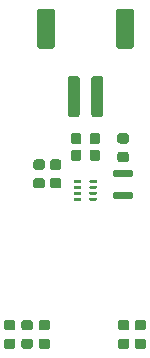
<source format=gtp>
G04 #@! TF.GenerationSoftware,KiCad,Pcbnew,(5.1.4)-1*
G04 #@! TF.CreationDate,2019-11-18T19:24:08+01:00*
G04 #@! TF.ProjectId,olmBoard-v1,6f6c6d42-6f61-4726-942d-76312e6b6963,0.1*
G04 #@! TF.SameCoordinates,Original*
G04 #@! TF.FileFunction,Paste,Top*
G04 #@! TF.FilePolarity,Positive*
%FSLAX46Y46*%
G04 Gerber Fmt 4.6, Leading zero omitted, Abs format (unit mm)*
G04 Created by KiCad (PCBNEW (5.1.4)-1) date 2019-11-18 19:24:08*
%MOMM*%
%LPD*%
G04 APERTURE LIST*
%ADD10C,0.100000*%
%ADD11C,0.875000*%
%ADD12C,1.000000*%
%ADD13C,1.500000*%
%ADD14C,0.620000*%
%ADD15C,0.250000*%
G04 APERTURE END LIST*
D10*
G36*
X153820691Y-100554053D02*
G01*
X153841926Y-100557203D01*
X153862750Y-100562419D01*
X153882962Y-100569651D01*
X153902368Y-100578830D01*
X153920781Y-100589866D01*
X153938024Y-100602654D01*
X153953930Y-100617070D01*
X153968346Y-100632976D01*
X153981134Y-100650219D01*
X153992170Y-100668632D01*
X154001349Y-100688038D01*
X154008581Y-100708250D01*
X154013797Y-100729074D01*
X154016947Y-100750309D01*
X154018000Y-100771750D01*
X154018000Y-101209250D01*
X154016947Y-101230691D01*
X154013797Y-101251926D01*
X154008581Y-101272750D01*
X154001349Y-101292962D01*
X153992170Y-101312368D01*
X153981134Y-101330781D01*
X153968346Y-101348024D01*
X153953930Y-101363930D01*
X153938024Y-101378346D01*
X153920781Y-101391134D01*
X153902368Y-101402170D01*
X153882962Y-101411349D01*
X153862750Y-101418581D01*
X153841926Y-101423797D01*
X153820691Y-101426947D01*
X153799250Y-101428000D01*
X153286750Y-101428000D01*
X153265309Y-101426947D01*
X153244074Y-101423797D01*
X153223250Y-101418581D01*
X153203038Y-101411349D01*
X153183632Y-101402170D01*
X153165219Y-101391134D01*
X153147976Y-101378346D01*
X153132070Y-101363930D01*
X153117654Y-101348024D01*
X153104866Y-101330781D01*
X153093830Y-101312368D01*
X153084651Y-101292962D01*
X153077419Y-101272750D01*
X153072203Y-101251926D01*
X153069053Y-101230691D01*
X153068000Y-101209250D01*
X153068000Y-100771750D01*
X153069053Y-100750309D01*
X153072203Y-100729074D01*
X153077419Y-100708250D01*
X153084651Y-100688038D01*
X153093830Y-100668632D01*
X153104866Y-100650219D01*
X153117654Y-100632976D01*
X153132070Y-100617070D01*
X153147976Y-100602654D01*
X153165219Y-100589866D01*
X153183632Y-100578830D01*
X153203038Y-100569651D01*
X153223250Y-100562419D01*
X153244074Y-100557203D01*
X153265309Y-100554053D01*
X153286750Y-100553000D01*
X153799250Y-100553000D01*
X153820691Y-100554053D01*
X153820691Y-100554053D01*
G37*
D11*
X153543000Y-100990500D03*
D10*
G36*
X153820691Y-98979053D02*
G01*
X153841926Y-98982203D01*
X153862750Y-98987419D01*
X153882962Y-98994651D01*
X153902368Y-99003830D01*
X153920781Y-99014866D01*
X153938024Y-99027654D01*
X153953930Y-99042070D01*
X153968346Y-99057976D01*
X153981134Y-99075219D01*
X153992170Y-99093632D01*
X154001349Y-99113038D01*
X154008581Y-99133250D01*
X154013797Y-99154074D01*
X154016947Y-99175309D01*
X154018000Y-99196750D01*
X154018000Y-99634250D01*
X154016947Y-99655691D01*
X154013797Y-99676926D01*
X154008581Y-99697750D01*
X154001349Y-99717962D01*
X153992170Y-99737368D01*
X153981134Y-99755781D01*
X153968346Y-99773024D01*
X153953930Y-99788930D01*
X153938024Y-99803346D01*
X153920781Y-99816134D01*
X153902368Y-99827170D01*
X153882962Y-99836349D01*
X153862750Y-99843581D01*
X153841926Y-99848797D01*
X153820691Y-99851947D01*
X153799250Y-99853000D01*
X153286750Y-99853000D01*
X153265309Y-99851947D01*
X153244074Y-99848797D01*
X153223250Y-99843581D01*
X153203038Y-99836349D01*
X153183632Y-99827170D01*
X153165219Y-99816134D01*
X153147976Y-99803346D01*
X153132070Y-99788930D01*
X153117654Y-99773024D01*
X153104866Y-99755781D01*
X153093830Y-99737368D01*
X153084651Y-99717962D01*
X153077419Y-99697750D01*
X153072203Y-99676926D01*
X153069053Y-99655691D01*
X153068000Y-99634250D01*
X153068000Y-99196750D01*
X153069053Y-99175309D01*
X153072203Y-99154074D01*
X153077419Y-99133250D01*
X153084651Y-99113038D01*
X153093830Y-99093632D01*
X153104866Y-99075219D01*
X153117654Y-99057976D01*
X153132070Y-99042070D01*
X153147976Y-99027654D01*
X153165219Y-99014866D01*
X153183632Y-99003830D01*
X153203038Y-98994651D01*
X153223250Y-98987419D01*
X153244074Y-98982203D01*
X153265309Y-98979053D01*
X153286750Y-98978000D01*
X153799250Y-98978000D01*
X153820691Y-98979053D01*
X153820691Y-98979053D01*
G37*
D11*
X153543000Y-99415500D03*
D10*
G36*
X155217691Y-100554053D02*
G01*
X155238926Y-100557203D01*
X155259750Y-100562419D01*
X155279962Y-100569651D01*
X155299368Y-100578830D01*
X155317781Y-100589866D01*
X155335024Y-100602654D01*
X155350930Y-100617070D01*
X155365346Y-100632976D01*
X155378134Y-100650219D01*
X155389170Y-100668632D01*
X155398349Y-100688038D01*
X155405581Y-100708250D01*
X155410797Y-100729074D01*
X155413947Y-100750309D01*
X155415000Y-100771750D01*
X155415000Y-101209250D01*
X155413947Y-101230691D01*
X155410797Y-101251926D01*
X155405581Y-101272750D01*
X155398349Y-101292962D01*
X155389170Y-101312368D01*
X155378134Y-101330781D01*
X155365346Y-101348024D01*
X155350930Y-101363930D01*
X155335024Y-101378346D01*
X155317781Y-101391134D01*
X155299368Y-101402170D01*
X155279962Y-101411349D01*
X155259750Y-101418581D01*
X155238926Y-101423797D01*
X155217691Y-101426947D01*
X155196250Y-101428000D01*
X154683750Y-101428000D01*
X154662309Y-101426947D01*
X154641074Y-101423797D01*
X154620250Y-101418581D01*
X154600038Y-101411349D01*
X154580632Y-101402170D01*
X154562219Y-101391134D01*
X154544976Y-101378346D01*
X154529070Y-101363930D01*
X154514654Y-101348024D01*
X154501866Y-101330781D01*
X154490830Y-101312368D01*
X154481651Y-101292962D01*
X154474419Y-101272750D01*
X154469203Y-101251926D01*
X154466053Y-101230691D01*
X154465000Y-101209250D01*
X154465000Y-100771750D01*
X154466053Y-100750309D01*
X154469203Y-100729074D01*
X154474419Y-100708250D01*
X154481651Y-100688038D01*
X154490830Y-100668632D01*
X154501866Y-100650219D01*
X154514654Y-100632976D01*
X154529070Y-100617070D01*
X154544976Y-100602654D01*
X154562219Y-100589866D01*
X154580632Y-100578830D01*
X154600038Y-100569651D01*
X154620250Y-100562419D01*
X154641074Y-100557203D01*
X154662309Y-100554053D01*
X154683750Y-100553000D01*
X155196250Y-100553000D01*
X155217691Y-100554053D01*
X155217691Y-100554053D01*
G37*
D11*
X154940000Y-100990500D03*
D10*
G36*
X155217691Y-98979053D02*
G01*
X155238926Y-98982203D01*
X155259750Y-98987419D01*
X155279962Y-98994651D01*
X155299368Y-99003830D01*
X155317781Y-99014866D01*
X155335024Y-99027654D01*
X155350930Y-99042070D01*
X155365346Y-99057976D01*
X155378134Y-99075219D01*
X155389170Y-99093632D01*
X155398349Y-99113038D01*
X155405581Y-99133250D01*
X155410797Y-99154074D01*
X155413947Y-99175309D01*
X155415000Y-99196750D01*
X155415000Y-99634250D01*
X155413947Y-99655691D01*
X155410797Y-99676926D01*
X155405581Y-99697750D01*
X155398349Y-99717962D01*
X155389170Y-99737368D01*
X155378134Y-99755781D01*
X155365346Y-99773024D01*
X155350930Y-99788930D01*
X155335024Y-99803346D01*
X155317781Y-99816134D01*
X155299368Y-99827170D01*
X155279962Y-99836349D01*
X155259750Y-99843581D01*
X155238926Y-99848797D01*
X155217691Y-99851947D01*
X155196250Y-99853000D01*
X154683750Y-99853000D01*
X154662309Y-99851947D01*
X154641074Y-99848797D01*
X154620250Y-99843581D01*
X154600038Y-99836349D01*
X154580632Y-99827170D01*
X154562219Y-99816134D01*
X154544976Y-99803346D01*
X154529070Y-99788930D01*
X154514654Y-99773024D01*
X154501866Y-99755781D01*
X154490830Y-99737368D01*
X154481651Y-99717962D01*
X154474419Y-99697750D01*
X154469203Y-99676926D01*
X154466053Y-99655691D01*
X154465000Y-99634250D01*
X154465000Y-99196750D01*
X154466053Y-99175309D01*
X154469203Y-99154074D01*
X154474419Y-99133250D01*
X154481651Y-99113038D01*
X154490830Y-99093632D01*
X154501866Y-99075219D01*
X154514654Y-99057976D01*
X154529070Y-99042070D01*
X154544976Y-99027654D01*
X154562219Y-99014866D01*
X154580632Y-99003830D01*
X154600038Y-98994651D01*
X154620250Y-98987419D01*
X154641074Y-98982203D01*
X154662309Y-98979053D01*
X154683750Y-98978000D01*
X155196250Y-98978000D01*
X155217691Y-98979053D01*
X155217691Y-98979053D01*
G37*
D11*
X154940000Y-99415500D03*
D10*
G36*
X156932691Y-98141553D02*
G01*
X156953926Y-98144703D01*
X156974750Y-98149919D01*
X156994962Y-98157151D01*
X157014368Y-98166330D01*
X157032781Y-98177366D01*
X157050024Y-98190154D01*
X157065930Y-98204570D01*
X157080346Y-98220476D01*
X157093134Y-98237719D01*
X157104170Y-98256132D01*
X157113349Y-98275538D01*
X157120581Y-98295750D01*
X157125797Y-98316574D01*
X157128947Y-98337809D01*
X157130000Y-98359250D01*
X157130000Y-98871750D01*
X157128947Y-98893191D01*
X157125797Y-98914426D01*
X157120581Y-98935250D01*
X157113349Y-98955462D01*
X157104170Y-98974868D01*
X157093134Y-98993281D01*
X157080346Y-99010524D01*
X157065930Y-99026430D01*
X157050024Y-99040846D01*
X157032781Y-99053634D01*
X157014368Y-99064670D01*
X156994962Y-99073849D01*
X156974750Y-99081081D01*
X156953926Y-99086297D01*
X156932691Y-99089447D01*
X156911250Y-99090500D01*
X156473750Y-99090500D01*
X156452309Y-99089447D01*
X156431074Y-99086297D01*
X156410250Y-99081081D01*
X156390038Y-99073849D01*
X156370632Y-99064670D01*
X156352219Y-99053634D01*
X156334976Y-99040846D01*
X156319070Y-99026430D01*
X156304654Y-99010524D01*
X156291866Y-98993281D01*
X156280830Y-98974868D01*
X156271651Y-98955462D01*
X156264419Y-98935250D01*
X156259203Y-98914426D01*
X156256053Y-98893191D01*
X156255000Y-98871750D01*
X156255000Y-98359250D01*
X156256053Y-98337809D01*
X156259203Y-98316574D01*
X156264419Y-98295750D01*
X156271651Y-98275538D01*
X156280830Y-98256132D01*
X156291866Y-98237719D01*
X156304654Y-98220476D01*
X156319070Y-98204570D01*
X156334976Y-98190154D01*
X156352219Y-98177366D01*
X156370632Y-98166330D01*
X156390038Y-98157151D01*
X156410250Y-98149919D01*
X156431074Y-98144703D01*
X156452309Y-98141553D01*
X156473750Y-98140500D01*
X156911250Y-98140500D01*
X156932691Y-98141553D01*
X156932691Y-98141553D01*
G37*
D11*
X156692500Y-98615500D03*
D10*
G36*
X158507691Y-98141553D02*
G01*
X158528926Y-98144703D01*
X158549750Y-98149919D01*
X158569962Y-98157151D01*
X158589368Y-98166330D01*
X158607781Y-98177366D01*
X158625024Y-98190154D01*
X158640930Y-98204570D01*
X158655346Y-98220476D01*
X158668134Y-98237719D01*
X158679170Y-98256132D01*
X158688349Y-98275538D01*
X158695581Y-98295750D01*
X158700797Y-98316574D01*
X158703947Y-98337809D01*
X158705000Y-98359250D01*
X158705000Y-98871750D01*
X158703947Y-98893191D01*
X158700797Y-98914426D01*
X158695581Y-98935250D01*
X158688349Y-98955462D01*
X158679170Y-98974868D01*
X158668134Y-98993281D01*
X158655346Y-99010524D01*
X158640930Y-99026430D01*
X158625024Y-99040846D01*
X158607781Y-99053634D01*
X158589368Y-99064670D01*
X158569962Y-99073849D01*
X158549750Y-99081081D01*
X158528926Y-99086297D01*
X158507691Y-99089447D01*
X158486250Y-99090500D01*
X158048750Y-99090500D01*
X158027309Y-99089447D01*
X158006074Y-99086297D01*
X157985250Y-99081081D01*
X157965038Y-99073849D01*
X157945632Y-99064670D01*
X157927219Y-99053634D01*
X157909976Y-99040846D01*
X157894070Y-99026430D01*
X157879654Y-99010524D01*
X157866866Y-98993281D01*
X157855830Y-98974868D01*
X157846651Y-98955462D01*
X157839419Y-98935250D01*
X157834203Y-98914426D01*
X157831053Y-98893191D01*
X157830000Y-98871750D01*
X157830000Y-98359250D01*
X157831053Y-98337809D01*
X157834203Y-98316574D01*
X157839419Y-98295750D01*
X157846651Y-98275538D01*
X157855830Y-98256132D01*
X157866866Y-98237719D01*
X157879654Y-98220476D01*
X157894070Y-98204570D01*
X157909976Y-98190154D01*
X157927219Y-98177366D01*
X157945632Y-98166330D01*
X157965038Y-98157151D01*
X157985250Y-98149919D01*
X158006074Y-98144703D01*
X158027309Y-98141553D01*
X158048750Y-98140500D01*
X158486250Y-98140500D01*
X158507691Y-98141553D01*
X158507691Y-98141553D01*
G37*
D11*
X158267500Y-98615500D03*
D10*
G36*
X158507691Y-96744553D02*
G01*
X158528926Y-96747703D01*
X158549750Y-96752919D01*
X158569962Y-96760151D01*
X158589368Y-96769330D01*
X158607781Y-96780366D01*
X158625024Y-96793154D01*
X158640930Y-96807570D01*
X158655346Y-96823476D01*
X158668134Y-96840719D01*
X158679170Y-96859132D01*
X158688349Y-96878538D01*
X158695581Y-96898750D01*
X158700797Y-96919574D01*
X158703947Y-96940809D01*
X158705000Y-96962250D01*
X158705000Y-97474750D01*
X158703947Y-97496191D01*
X158700797Y-97517426D01*
X158695581Y-97538250D01*
X158688349Y-97558462D01*
X158679170Y-97577868D01*
X158668134Y-97596281D01*
X158655346Y-97613524D01*
X158640930Y-97629430D01*
X158625024Y-97643846D01*
X158607781Y-97656634D01*
X158589368Y-97667670D01*
X158569962Y-97676849D01*
X158549750Y-97684081D01*
X158528926Y-97689297D01*
X158507691Y-97692447D01*
X158486250Y-97693500D01*
X158048750Y-97693500D01*
X158027309Y-97692447D01*
X158006074Y-97689297D01*
X157985250Y-97684081D01*
X157965038Y-97676849D01*
X157945632Y-97667670D01*
X157927219Y-97656634D01*
X157909976Y-97643846D01*
X157894070Y-97629430D01*
X157879654Y-97613524D01*
X157866866Y-97596281D01*
X157855830Y-97577868D01*
X157846651Y-97558462D01*
X157839419Y-97538250D01*
X157834203Y-97517426D01*
X157831053Y-97496191D01*
X157830000Y-97474750D01*
X157830000Y-96962250D01*
X157831053Y-96940809D01*
X157834203Y-96919574D01*
X157839419Y-96898750D01*
X157846651Y-96878538D01*
X157855830Y-96859132D01*
X157866866Y-96840719D01*
X157879654Y-96823476D01*
X157894070Y-96807570D01*
X157909976Y-96793154D01*
X157927219Y-96780366D01*
X157945632Y-96769330D01*
X157965038Y-96760151D01*
X157985250Y-96752919D01*
X158006074Y-96747703D01*
X158027309Y-96744553D01*
X158048750Y-96743500D01*
X158486250Y-96743500D01*
X158507691Y-96744553D01*
X158507691Y-96744553D01*
G37*
D11*
X158267500Y-97218500D03*
D10*
G36*
X156932691Y-96744553D02*
G01*
X156953926Y-96747703D01*
X156974750Y-96752919D01*
X156994962Y-96760151D01*
X157014368Y-96769330D01*
X157032781Y-96780366D01*
X157050024Y-96793154D01*
X157065930Y-96807570D01*
X157080346Y-96823476D01*
X157093134Y-96840719D01*
X157104170Y-96859132D01*
X157113349Y-96878538D01*
X157120581Y-96898750D01*
X157125797Y-96919574D01*
X157128947Y-96940809D01*
X157130000Y-96962250D01*
X157130000Y-97474750D01*
X157128947Y-97496191D01*
X157125797Y-97517426D01*
X157120581Y-97538250D01*
X157113349Y-97558462D01*
X157104170Y-97577868D01*
X157093134Y-97596281D01*
X157080346Y-97613524D01*
X157065930Y-97629430D01*
X157050024Y-97643846D01*
X157032781Y-97656634D01*
X157014368Y-97667670D01*
X156994962Y-97676849D01*
X156974750Y-97684081D01*
X156953926Y-97689297D01*
X156932691Y-97692447D01*
X156911250Y-97693500D01*
X156473750Y-97693500D01*
X156452309Y-97692447D01*
X156431074Y-97689297D01*
X156410250Y-97684081D01*
X156390038Y-97676849D01*
X156370632Y-97667670D01*
X156352219Y-97656634D01*
X156334976Y-97643846D01*
X156319070Y-97629430D01*
X156304654Y-97613524D01*
X156291866Y-97596281D01*
X156280830Y-97577868D01*
X156271651Y-97558462D01*
X156264419Y-97538250D01*
X156259203Y-97517426D01*
X156256053Y-97496191D01*
X156255000Y-97474750D01*
X156255000Y-96962250D01*
X156256053Y-96940809D01*
X156259203Y-96919574D01*
X156264419Y-96898750D01*
X156271651Y-96878538D01*
X156280830Y-96859132D01*
X156291866Y-96840719D01*
X156304654Y-96823476D01*
X156319070Y-96807570D01*
X156334976Y-96793154D01*
X156352219Y-96780366D01*
X156370632Y-96769330D01*
X156390038Y-96760151D01*
X156410250Y-96752919D01*
X156431074Y-96747703D01*
X156452309Y-96744553D01*
X156473750Y-96743500D01*
X156911250Y-96743500D01*
X156932691Y-96744553D01*
X156932691Y-96744553D01*
G37*
D11*
X156692500Y-97218500D03*
D10*
G36*
X160932691Y-96756553D02*
G01*
X160953926Y-96759703D01*
X160974750Y-96764919D01*
X160994962Y-96772151D01*
X161014368Y-96781330D01*
X161032781Y-96792366D01*
X161050024Y-96805154D01*
X161065930Y-96819570D01*
X161080346Y-96835476D01*
X161093134Y-96852719D01*
X161104170Y-96871132D01*
X161113349Y-96890538D01*
X161120581Y-96910750D01*
X161125797Y-96931574D01*
X161128947Y-96952809D01*
X161130000Y-96974250D01*
X161130000Y-97411750D01*
X161128947Y-97433191D01*
X161125797Y-97454426D01*
X161120581Y-97475250D01*
X161113349Y-97495462D01*
X161104170Y-97514868D01*
X161093134Y-97533281D01*
X161080346Y-97550524D01*
X161065930Y-97566430D01*
X161050024Y-97580846D01*
X161032781Y-97593634D01*
X161014368Y-97604670D01*
X160994962Y-97613849D01*
X160974750Y-97621081D01*
X160953926Y-97626297D01*
X160932691Y-97629447D01*
X160911250Y-97630500D01*
X160398750Y-97630500D01*
X160377309Y-97629447D01*
X160356074Y-97626297D01*
X160335250Y-97621081D01*
X160315038Y-97613849D01*
X160295632Y-97604670D01*
X160277219Y-97593634D01*
X160259976Y-97580846D01*
X160244070Y-97566430D01*
X160229654Y-97550524D01*
X160216866Y-97533281D01*
X160205830Y-97514868D01*
X160196651Y-97495462D01*
X160189419Y-97475250D01*
X160184203Y-97454426D01*
X160181053Y-97433191D01*
X160180000Y-97411750D01*
X160180000Y-96974250D01*
X160181053Y-96952809D01*
X160184203Y-96931574D01*
X160189419Y-96910750D01*
X160196651Y-96890538D01*
X160205830Y-96871132D01*
X160216866Y-96852719D01*
X160229654Y-96835476D01*
X160244070Y-96819570D01*
X160259976Y-96805154D01*
X160277219Y-96792366D01*
X160295632Y-96781330D01*
X160315038Y-96772151D01*
X160335250Y-96764919D01*
X160356074Y-96759703D01*
X160377309Y-96756553D01*
X160398750Y-96755500D01*
X160911250Y-96755500D01*
X160932691Y-96756553D01*
X160932691Y-96756553D01*
G37*
D11*
X160655000Y-97193000D03*
D10*
G36*
X160932691Y-98331553D02*
G01*
X160953926Y-98334703D01*
X160974750Y-98339919D01*
X160994962Y-98347151D01*
X161014368Y-98356330D01*
X161032781Y-98367366D01*
X161050024Y-98380154D01*
X161065930Y-98394570D01*
X161080346Y-98410476D01*
X161093134Y-98427719D01*
X161104170Y-98446132D01*
X161113349Y-98465538D01*
X161120581Y-98485750D01*
X161125797Y-98506574D01*
X161128947Y-98527809D01*
X161130000Y-98549250D01*
X161130000Y-98986750D01*
X161128947Y-99008191D01*
X161125797Y-99029426D01*
X161120581Y-99050250D01*
X161113349Y-99070462D01*
X161104170Y-99089868D01*
X161093134Y-99108281D01*
X161080346Y-99125524D01*
X161065930Y-99141430D01*
X161050024Y-99155846D01*
X161032781Y-99168634D01*
X161014368Y-99179670D01*
X160994962Y-99188849D01*
X160974750Y-99196081D01*
X160953926Y-99201297D01*
X160932691Y-99204447D01*
X160911250Y-99205500D01*
X160398750Y-99205500D01*
X160377309Y-99204447D01*
X160356074Y-99201297D01*
X160335250Y-99196081D01*
X160315038Y-99188849D01*
X160295632Y-99179670D01*
X160277219Y-99168634D01*
X160259976Y-99155846D01*
X160244070Y-99141430D01*
X160229654Y-99125524D01*
X160216866Y-99108281D01*
X160205830Y-99089868D01*
X160196651Y-99070462D01*
X160189419Y-99050250D01*
X160184203Y-99029426D01*
X160181053Y-99008191D01*
X160180000Y-98986750D01*
X160180000Y-98549250D01*
X160181053Y-98527809D01*
X160184203Y-98506574D01*
X160189419Y-98485750D01*
X160196651Y-98465538D01*
X160205830Y-98446132D01*
X160216866Y-98427719D01*
X160229654Y-98410476D01*
X160244070Y-98394570D01*
X160259976Y-98380154D01*
X160277219Y-98367366D01*
X160295632Y-98356330D01*
X160315038Y-98347151D01*
X160335250Y-98339919D01*
X160356074Y-98334703D01*
X160377309Y-98331553D01*
X160398750Y-98330500D01*
X160911250Y-98330500D01*
X160932691Y-98331553D01*
X160932691Y-98331553D01*
G37*
D11*
X160655000Y-98768000D03*
D10*
G36*
X158754504Y-91906204D02*
G01*
X158778773Y-91909804D01*
X158802571Y-91915765D01*
X158825671Y-91924030D01*
X158847849Y-91934520D01*
X158868893Y-91947133D01*
X158888598Y-91961747D01*
X158906777Y-91978223D01*
X158923253Y-91996402D01*
X158937867Y-92016107D01*
X158950480Y-92037151D01*
X158960970Y-92059329D01*
X158969235Y-92082429D01*
X158975196Y-92106227D01*
X158978796Y-92130496D01*
X158980000Y-92155000D01*
X158980000Y-95155000D01*
X158978796Y-95179504D01*
X158975196Y-95203773D01*
X158969235Y-95227571D01*
X158960970Y-95250671D01*
X158950480Y-95272849D01*
X158937867Y-95293893D01*
X158923253Y-95313598D01*
X158906777Y-95331777D01*
X158888598Y-95348253D01*
X158868893Y-95362867D01*
X158847849Y-95375480D01*
X158825671Y-95385970D01*
X158802571Y-95394235D01*
X158778773Y-95400196D01*
X158754504Y-95403796D01*
X158730000Y-95405000D01*
X158230000Y-95405000D01*
X158205496Y-95403796D01*
X158181227Y-95400196D01*
X158157429Y-95394235D01*
X158134329Y-95385970D01*
X158112151Y-95375480D01*
X158091107Y-95362867D01*
X158071402Y-95348253D01*
X158053223Y-95331777D01*
X158036747Y-95313598D01*
X158022133Y-95293893D01*
X158009520Y-95272849D01*
X157999030Y-95250671D01*
X157990765Y-95227571D01*
X157984804Y-95203773D01*
X157981204Y-95179504D01*
X157980000Y-95155000D01*
X157980000Y-92155000D01*
X157981204Y-92130496D01*
X157984804Y-92106227D01*
X157990765Y-92082429D01*
X157999030Y-92059329D01*
X158009520Y-92037151D01*
X158022133Y-92016107D01*
X158036747Y-91996402D01*
X158053223Y-91978223D01*
X158071402Y-91961747D01*
X158091107Y-91947133D01*
X158112151Y-91934520D01*
X158134329Y-91924030D01*
X158157429Y-91915765D01*
X158181227Y-91909804D01*
X158205496Y-91906204D01*
X158230000Y-91905000D01*
X158730000Y-91905000D01*
X158754504Y-91906204D01*
X158754504Y-91906204D01*
G37*
D12*
X158480000Y-93655000D03*
D10*
G36*
X156754504Y-91906204D02*
G01*
X156778773Y-91909804D01*
X156802571Y-91915765D01*
X156825671Y-91924030D01*
X156847849Y-91934520D01*
X156868893Y-91947133D01*
X156888598Y-91961747D01*
X156906777Y-91978223D01*
X156923253Y-91996402D01*
X156937867Y-92016107D01*
X156950480Y-92037151D01*
X156960970Y-92059329D01*
X156969235Y-92082429D01*
X156975196Y-92106227D01*
X156978796Y-92130496D01*
X156980000Y-92155000D01*
X156980000Y-95155000D01*
X156978796Y-95179504D01*
X156975196Y-95203773D01*
X156969235Y-95227571D01*
X156960970Y-95250671D01*
X156950480Y-95272849D01*
X156937867Y-95293893D01*
X156923253Y-95313598D01*
X156906777Y-95331777D01*
X156888598Y-95348253D01*
X156868893Y-95362867D01*
X156847849Y-95375480D01*
X156825671Y-95385970D01*
X156802571Y-95394235D01*
X156778773Y-95400196D01*
X156754504Y-95403796D01*
X156730000Y-95405000D01*
X156230000Y-95405000D01*
X156205496Y-95403796D01*
X156181227Y-95400196D01*
X156157429Y-95394235D01*
X156134329Y-95385970D01*
X156112151Y-95375480D01*
X156091107Y-95362867D01*
X156071402Y-95348253D01*
X156053223Y-95331777D01*
X156036747Y-95313598D01*
X156022133Y-95293893D01*
X156009520Y-95272849D01*
X155999030Y-95250671D01*
X155990765Y-95227571D01*
X155984804Y-95203773D01*
X155981204Y-95179504D01*
X155980000Y-95155000D01*
X155980000Y-92155000D01*
X155981204Y-92130496D01*
X155984804Y-92106227D01*
X155990765Y-92082429D01*
X155999030Y-92059329D01*
X156009520Y-92037151D01*
X156022133Y-92016107D01*
X156036747Y-91996402D01*
X156053223Y-91978223D01*
X156071402Y-91961747D01*
X156091107Y-91947133D01*
X156112151Y-91934520D01*
X156134329Y-91924030D01*
X156157429Y-91915765D01*
X156181227Y-91909804D01*
X156205496Y-91906204D01*
X156230000Y-91905000D01*
X156730000Y-91905000D01*
X156754504Y-91906204D01*
X156754504Y-91906204D01*
G37*
D12*
X156480000Y-93655000D03*
D10*
G36*
X161354504Y-86206204D02*
G01*
X161378773Y-86209804D01*
X161402571Y-86215765D01*
X161425671Y-86224030D01*
X161447849Y-86234520D01*
X161468893Y-86247133D01*
X161488598Y-86261747D01*
X161506777Y-86278223D01*
X161523253Y-86296402D01*
X161537867Y-86316107D01*
X161550480Y-86337151D01*
X161560970Y-86359329D01*
X161569235Y-86382429D01*
X161575196Y-86406227D01*
X161578796Y-86430496D01*
X161580000Y-86455000D01*
X161580000Y-89355000D01*
X161578796Y-89379504D01*
X161575196Y-89403773D01*
X161569235Y-89427571D01*
X161560970Y-89450671D01*
X161550480Y-89472849D01*
X161537867Y-89493893D01*
X161523253Y-89513598D01*
X161506777Y-89531777D01*
X161488598Y-89548253D01*
X161468893Y-89562867D01*
X161447849Y-89575480D01*
X161425671Y-89585970D01*
X161402571Y-89594235D01*
X161378773Y-89600196D01*
X161354504Y-89603796D01*
X161330000Y-89605000D01*
X160330000Y-89605000D01*
X160305496Y-89603796D01*
X160281227Y-89600196D01*
X160257429Y-89594235D01*
X160234329Y-89585970D01*
X160212151Y-89575480D01*
X160191107Y-89562867D01*
X160171402Y-89548253D01*
X160153223Y-89531777D01*
X160136747Y-89513598D01*
X160122133Y-89493893D01*
X160109520Y-89472849D01*
X160099030Y-89450671D01*
X160090765Y-89427571D01*
X160084804Y-89403773D01*
X160081204Y-89379504D01*
X160080000Y-89355000D01*
X160080000Y-86455000D01*
X160081204Y-86430496D01*
X160084804Y-86406227D01*
X160090765Y-86382429D01*
X160099030Y-86359329D01*
X160109520Y-86337151D01*
X160122133Y-86316107D01*
X160136747Y-86296402D01*
X160153223Y-86278223D01*
X160171402Y-86261747D01*
X160191107Y-86247133D01*
X160212151Y-86234520D01*
X160234329Y-86224030D01*
X160257429Y-86215765D01*
X160281227Y-86209804D01*
X160305496Y-86206204D01*
X160330000Y-86205000D01*
X161330000Y-86205000D01*
X161354504Y-86206204D01*
X161354504Y-86206204D01*
G37*
D13*
X160830000Y-87905000D03*
D10*
G36*
X154654504Y-86206204D02*
G01*
X154678773Y-86209804D01*
X154702571Y-86215765D01*
X154725671Y-86224030D01*
X154747849Y-86234520D01*
X154768893Y-86247133D01*
X154788598Y-86261747D01*
X154806777Y-86278223D01*
X154823253Y-86296402D01*
X154837867Y-86316107D01*
X154850480Y-86337151D01*
X154860970Y-86359329D01*
X154869235Y-86382429D01*
X154875196Y-86406227D01*
X154878796Y-86430496D01*
X154880000Y-86455000D01*
X154880000Y-89355000D01*
X154878796Y-89379504D01*
X154875196Y-89403773D01*
X154869235Y-89427571D01*
X154860970Y-89450671D01*
X154850480Y-89472849D01*
X154837867Y-89493893D01*
X154823253Y-89513598D01*
X154806777Y-89531777D01*
X154788598Y-89548253D01*
X154768893Y-89562867D01*
X154747849Y-89575480D01*
X154725671Y-89585970D01*
X154702571Y-89594235D01*
X154678773Y-89600196D01*
X154654504Y-89603796D01*
X154630000Y-89605000D01*
X153630000Y-89605000D01*
X153605496Y-89603796D01*
X153581227Y-89600196D01*
X153557429Y-89594235D01*
X153534329Y-89585970D01*
X153512151Y-89575480D01*
X153491107Y-89562867D01*
X153471402Y-89548253D01*
X153453223Y-89531777D01*
X153436747Y-89513598D01*
X153422133Y-89493893D01*
X153409520Y-89472849D01*
X153399030Y-89450671D01*
X153390765Y-89427571D01*
X153384804Y-89403773D01*
X153381204Y-89379504D01*
X153380000Y-89355000D01*
X153380000Y-86455000D01*
X153381204Y-86430496D01*
X153384804Y-86406227D01*
X153390765Y-86382429D01*
X153399030Y-86359329D01*
X153409520Y-86337151D01*
X153422133Y-86316107D01*
X153436747Y-86296402D01*
X153453223Y-86278223D01*
X153471402Y-86261747D01*
X153491107Y-86247133D01*
X153512151Y-86234520D01*
X153534329Y-86224030D01*
X153557429Y-86215765D01*
X153581227Y-86209804D01*
X153605496Y-86206204D01*
X153630000Y-86205000D01*
X154630000Y-86205000D01*
X154654504Y-86206204D01*
X154654504Y-86206204D01*
G37*
D13*
X154130000Y-87905000D03*
D10*
G36*
X161325193Y-101720246D02*
G01*
X161340239Y-101722478D01*
X161354994Y-101726174D01*
X161369316Y-101731299D01*
X161383066Y-101737802D01*
X161396113Y-101745622D01*
X161408331Y-101754683D01*
X161419602Y-101764898D01*
X161429817Y-101776169D01*
X161438878Y-101788387D01*
X161446698Y-101801434D01*
X161453201Y-101815184D01*
X161458326Y-101829506D01*
X161462022Y-101844261D01*
X161464254Y-101859307D01*
X161465000Y-101874500D01*
X161465000Y-102184500D01*
X161464254Y-102199693D01*
X161462022Y-102214739D01*
X161458326Y-102229494D01*
X161453201Y-102243816D01*
X161446698Y-102257566D01*
X161438878Y-102270613D01*
X161429817Y-102282831D01*
X161419602Y-102294102D01*
X161408331Y-102304317D01*
X161396113Y-102313378D01*
X161383066Y-102321198D01*
X161369316Y-102327701D01*
X161354994Y-102332826D01*
X161340239Y-102336522D01*
X161325193Y-102338754D01*
X161310000Y-102339500D01*
X160000000Y-102339500D01*
X159984807Y-102338754D01*
X159969761Y-102336522D01*
X159955006Y-102332826D01*
X159940684Y-102327701D01*
X159926934Y-102321198D01*
X159913887Y-102313378D01*
X159901669Y-102304317D01*
X159890398Y-102294102D01*
X159880183Y-102282831D01*
X159871122Y-102270613D01*
X159863302Y-102257566D01*
X159856799Y-102243816D01*
X159851674Y-102229494D01*
X159847978Y-102214739D01*
X159845746Y-102199693D01*
X159845000Y-102184500D01*
X159845000Y-101874500D01*
X159845746Y-101859307D01*
X159847978Y-101844261D01*
X159851674Y-101829506D01*
X159856799Y-101815184D01*
X159863302Y-101801434D01*
X159871122Y-101788387D01*
X159880183Y-101776169D01*
X159890398Y-101764898D01*
X159901669Y-101754683D01*
X159913887Y-101745622D01*
X159926934Y-101737802D01*
X159940684Y-101731299D01*
X159955006Y-101726174D01*
X159969761Y-101722478D01*
X159984807Y-101720246D01*
X160000000Y-101719500D01*
X161310000Y-101719500D01*
X161325193Y-101720246D01*
X161325193Y-101720246D01*
G37*
D14*
X160655000Y-102029500D03*
D10*
G36*
X161325193Y-99845246D02*
G01*
X161340239Y-99847478D01*
X161354994Y-99851174D01*
X161369316Y-99856299D01*
X161383066Y-99862802D01*
X161396113Y-99870622D01*
X161408331Y-99879683D01*
X161419602Y-99889898D01*
X161429817Y-99901169D01*
X161438878Y-99913387D01*
X161446698Y-99926434D01*
X161453201Y-99940184D01*
X161458326Y-99954506D01*
X161462022Y-99969261D01*
X161464254Y-99984307D01*
X161465000Y-99999500D01*
X161465000Y-100309500D01*
X161464254Y-100324693D01*
X161462022Y-100339739D01*
X161458326Y-100354494D01*
X161453201Y-100368816D01*
X161446698Y-100382566D01*
X161438878Y-100395613D01*
X161429817Y-100407831D01*
X161419602Y-100419102D01*
X161408331Y-100429317D01*
X161396113Y-100438378D01*
X161383066Y-100446198D01*
X161369316Y-100452701D01*
X161354994Y-100457826D01*
X161340239Y-100461522D01*
X161325193Y-100463754D01*
X161310000Y-100464500D01*
X160000000Y-100464500D01*
X159984807Y-100463754D01*
X159969761Y-100461522D01*
X159955006Y-100457826D01*
X159940684Y-100452701D01*
X159926934Y-100446198D01*
X159913887Y-100438378D01*
X159901669Y-100429317D01*
X159890398Y-100419102D01*
X159880183Y-100407831D01*
X159871122Y-100395613D01*
X159863302Y-100382566D01*
X159856799Y-100368816D01*
X159851674Y-100354494D01*
X159847978Y-100339739D01*
X159845746Y-100324693D01*
X159845000Y-100309500D01*
X159845000Y-99999500D01*
X159845746Y-99984307D01*
X159847978Y-99969261D01*
X159851674Y-99954506D01*
X159856799Y-99940184D01*
X159863302Y-99926434D01*
X159871122Y-99913387D01*
X159880183Y-99901169D01*
X159890398Y-99889898D01*
X159901669Y-99879683D01*
X159913887Y-99870622D01*
X159926934Y-99862802D01*
X159940684Y-99856299D01*
X159955006Y-99851174D01*
X159969761Y-99847478D01*
X159984807Y-99845246D01*
X160000000Y-99844500D01*
X161310000Y-99844500D01*
X161325193Y-99845246D01*
X161325193Y-99845246D01*
G37*
D14*
X160655000Y-100154500D03*
D10*
G36*
X151344191Y-114143053D02*
G01*
X151365426Y-114146203D01*
X151386250Y-114151419D01*
X151406462Y-114158651D01*
X151425868Y-114167830D01*
X151444281Y-114178866D01*
X151461524Y-114191654D01*
X151477430Y-114206070D01*
X151491846Y-114221976D01*
X151504634Y-114239219D01*
X151515670Y-114257632D01*
X151524849Y-114277038D01*
X151532081Y-114297250D01*
X151537297Y-114318074D01*
X151540447Y-114339309D01*
X151541500Y-114360750D01*
X151541500Y-114798250D01*
X151540447Y-114819691D01*
X151537297Y-114840926D01*
X151532081Y-114861750D01*
X151524849Y-114881962D01*
X151515670Y-114901368D01*
X151504634Y-114919781D01*
X151491846Y-114937024D01*
X151477430Y-114952930D01*
X151461524Y-114967346D01*
X151444281Y-114980134D01*
X151425868Y-114991170D01*
X151406462Y-115000349D01*
X151386250Y-115007581D01*
X151365426Y-115012797D01*
X151344191Y-115015947D01*
X151322750Y-115017000D01*
X150810250Y-115017000D01*
X150788809Y-115015947D01*
X150767574Y-115012797D01*
X150746750Y-115007581D01*
X150726538Y-115000349D01*
X150707132Y-114991170D01*
X150688719Y-114980134D01*
X150671476Y-114967346D01*
X150655570Y-114952930D01*
X150641154Y-114937024D01*
X150628366Y-114919781D01*
X150617330Y-114901368D01*
X150608151Y-114881962D01*
X150600919Y-114861750D01*
X150595703Y-114840926D01*
X150592553Y-114819691D01*
X150591500Y-114798250D01*
X150591500Y-114360750D01*
X150592553Y-114339309D01*
X150595703Y-114318074D01*
X150600919Y-114297250D01*
X150608151Y-114277038D01*
X150617330Y-114257632D01*
X150628366Y-114239219D01*
X150641154Y-114221976D01*
X150655570Y-114206070D01*
X150671476Y-114191654D01*
X150688719Y-114178866D01*
X150707132Y-114167830D01*
X150726538Y-114158651D01*
X150746750Y-114151419D01*
X150767574Y-114146203D01*
X150788809Y-114143053D01*
X150810250Y-114142000D01*
X151322750Y-114142000D01*
X151344191Y-114143053D01*
X151344191Y-114143053D01*
G37*
D11*
X151066500Y-114579500D03*
D10*
G36*
X151344191Y-112568053D02*
G01*
X151365426Y-112571203D01*
X151386250Y-112576419D01*
X151406462Y-112583651D01*
X151425868Y-112592830D01*
X151444281Y-112603866D01*
X151461524Y-112616654D01*
X151477430Y-112631070D01*
X151491846Y-112646976D01*
X151504634Y-112664219D01*
X151515670Y-112682632D01*
X151524849Y-112702038D01*
X151532081Y-112722250D01*
X151537297Y-112743074D01*
X151540447Y-112764309D01*
X151541500Y-112785750D01*
X151541500Y-113223250D01*
X151540447Y-113244691D01*
X151537297Y-113265926D01*
X151532081Y-113286750D01*
X151524849Y-113306962D01*
X151515670Y-113326368D01*
X151504634Y-113344781D01*
X151491846Y-113362024D01*
X151477430Y-113377930D01*
X151461524Y-113392346D01*
X151444281Y-113405134D01*
X151425868Y-113416170D01*
X151406462Y-113425349D01*
X151386250Y-113432581D01*
X151365426Y-113437797D01*
X151344191Y-113440947D01*
X151322750Y-113442000D01*
X150810250Y-113442000D01*
X150788809Y-113440947D01*
X150767574Y-113437797D01*
X150746750Y-113432581D01*
X150726538Y-113425349D01*
X150707132Y-113416170D01*
X150688719Y-113405134D01*
X150671476Y-113392346D01*
X150655570Y-113377930D01*
X150641154Y-113362024D01*
X150628366Y-113344781D01*
X150617330Y-113326368D01*
X150608151Y-113306962D01*
X150600919Y-113286750D01*
X150595703Y-113265926D01*
X150592553Y-113244691D01*
X150591500Y-113223250D01*
X150591500Y-112785750D01*
X150592553Y-112764309D01*
X150595703Y-112743074D01*
X150600919Y-112722250D01*
X150608151Y-112702038D01*
X150617330Y-112682632D01*
X150628366Y-112664219D01*
X150641154Y-112646976D01*
X150655570Y-112631070D01*
X150671476Y-112616654D01*
X150688719Y-112603866D01*
X150707132Y-112592830D01*
X150726538Y-112583651D01*
X150746750Y-112576419D01*
X150767574Y-112571203D01*
X150788809Y-112568053D01*
X150810250Y-112567000D01*
X151322750Y-112567000D01*
X151344191Y-112568053D01*
X151344191Y-112568053D01*
G37*
D11*
X151066500Y-113004500D03*
D10*
G36*
X152804691Y-112568053D02*
G01*
X152825926Y-112571203D01*
X152846750Y-112576419D01*
X152866962Y-112583651D01*
X152886368Y-112592830D01*
X152904781Y-112603866D01*
X152922024Y-112616654D01*
X152937930Y-112631070D01*
X152952346Y-112646976D01*
X152965134Y-112664219D01*
X152976170Y-112682632D01*
X152985349Y-112702038D01*
X152992581Y-112722250D01*
X152997797Y-112743074D01*
X153000947Y-112764309D01*
X153002000Y-112785750D01*
X153002000Y-113223250D01*
X153000947Y-113244691D01*
X152997797Y-113265926D01*
X152992581Y-113286750D01*
X152985349Y-113306962D01*
X152976170Y-113326368D01*
X152965134Y-113344781D01*
X152952346Y-113362024D01*
X152937930Y-113377930D01*
X152922024Y-113392346D01*
X152904781Y-113405134D01*
X152886368Y-113416170D01*
X152866962Y-113425349D01*
X152846750Y-113432581D01*
X152825926Y-113437797D01*
X152804691Y-113440947D01*
X152783250Y-113442000D01*
X152270750Y-113442000D01*
X152249309Y-113440947D01*
X152228074Y-113437797D01*
X152207250Y-113432581D01*
X152187038Y-113425349D01*
X152167632Y-113416170D01*
X152149219Y-113405134D01*
X152131976Y-113392346D01*
X152116070Y-113377930D01*
X152101654Y-113362024D01*
X152088866Y-113344781D01*
X152077830Y-113326368D01*
X152068651Y-113306962D01*
X152061419Y-113286750D01*
X152056203Y-113265926D01*
X152053053Y-113244691D01*
X152052000Y-113223250D01*
X152052000Y-112785750D01*
X152053053Y-112764309D01*
X152056203Y-112743074D01*
X152061419Y-112722250D01*
X152068651Y-112702038D01*
X152077830Y-112682632D01*
X152088866Y-112664219D01*
X152101654Y-112646976D01*
X152116070Y-112631070D01*
X152131976Y-112616654D01*
X152149219Y-112603866D01*
X152167632Y-112592830D01*
X152187038Y-112583651D01*
X152207250Y-112576419D01*
X152228074Y-112571203D01*
X152249309Y-112568053D01*
X152270750Y-112567000D01*
X152783250Y-112567000D01*
X152804691Y-112568053D01*
X152804691Y-112568053D01*
G37*
D11*
X152527000Y-113004500D03*
D10*
G36*
X152804691Y-114143053D02*
G01*
X152825926Y-114146203D01*
X152846750Y-114151419D01*
X152866962Y-114158651D01*
X152886368Y-114167830D01*
X152904781Y-114178866D01*
X152922024Y-114191654D01*
X152937930Y-114206070D01*
X152952346Y-114221976D01*
X152965134Y-114239219D01*
X152976170Y-114257632D01*
X152985349Y-114277038D01*
X152992581Y-114297250D01*
X152997797Y-114318074D01*
X153000947Y-114339309D01*
X153002000Y-114360750D01*
X153002000Y-114798250D01*
X153000947Y-114819691D01*
X152997797Y-114840926D01*
X152992581Y-114861750D01*
X152985349Y-114881962D01*
X152976170Y-114901368D01*
X152965134Y-114919781D01*
X152952346Y-114937024D01*
X152937930Y-114952930D01*
X152922024Y-114967346D01*
X152904781Y-114980134D01*
X152886368Y-114991170D01*
X152866962Y-115000349D01*
X152846750Y-115007581D01*
X152825926Y-115012797D01*
X152804691Y-115015947D01*
X152783250Y-115017000D01*
X152270750Y-115017000D01*
X152249309Y-115015947D01*
X152228074Y-115012797D01*
X152207250Y-115007581D01*
X152187038Y-115000349D01*
X152167632Y-114991170D01*
X152149219Y-114980134D01*
X152131976Y-114967346D01*
X152116070Y-114952930D01*
X152101654Y-114937024D01*
X152088866Y-114919781D01*
X152077830Y-114901368D01*
X152068651Y-114881962D01*
X152061419Y-114861750D01*
X152056203Y-114840926D01*
X152053053Y-114819691D01*
X152052000Y-114798250D01*
X152052000Y-114360750D01*
X152053053Y-114339309D01*
X152056203Y-114318074D01*
X152061419Y-114297250D01*
X152068651Y-114277038D01*
X152077830Y-114257632D01*
X152088866Y-114239219D01*
X152101654Y-114221976D01*
X152116070Y-114206070D01*
X152131976Y-114191654D01*
X152149219Y-114178866D01*
X152167632Y-114167830D01*
X152187038Y-114158651D01*
X152207250Y-114151419D01*
X152228074Y-114146203D01*
X152249309Y-114143053D01*
X152270750Y-114142000D01*
X152783250Y-114142000D01*
X152804691Y-114143053D01*
X152804691Y-114143053D01*
G37*
D11*
X152527000Y-114579500D03*
D10*
G36*
X154265191Y-114143053D02*
G01*
X154286426Y-114146203D01*
X154307250Y-114151419D01*
X154327462Y-114158651D01*
X154346868Y-114167830D01*
X154365281Y-114178866D01*
X154382524Y-114191654D01*
X154398430Y-114206070D01*
X154412846Y-114221976D01*
X154425634Y-114239219D01*
X154436670Y-114257632D01*
X154445849Y-114277038D01*
X154453081Y-114297250D01*
X154458297Y-114318074D01*
X154461447Y-114339309D01*
X154462500Y-114360750D01*
X154462500Y-114798250D01*
X154461447Y-114819691D01*
X154458297Y-114840926D01*
X154453081Y-114861750D01*
X154445849Y-114881962D01*
X154436670Y-114901368D01*
X154425634Y-114919781D01*
X154412846Y-114937024D01*
X154398430Y-114952930D01*
X154382524Y-114967346D01*
X154365281Y-114980134D01*
X154346868Y-114991170D01*
X154327462Y-115000349D01*
X154307250Y-115007581D01*
X154286426Y-115012797D01*
X154265191Y-115015947D01*
X154243750Y-115017000D01*
X153731250Y-115017000D01*
X153709809Y-115015947D01*
X153688574Y-115012797D01*
X153667750Y-115007581D01*
X153647538Y-115000349D01*
X153628132Y-114991170D01*
X153609719Y-114980134D01*
X153592476Y-114967346D01*
X153576570Y-114952930D01*
X153562154Y-114937024D01*
X153549366Y-114919781D01*
X153538330Y-114901368D01*
X153529151Y-114881962D01*
X153521919Y-114861750D01*
X153516703Y-114840926D01*
X153513553Y-114819691D01*
X153512500Y-114798250D01*
X153512500Y-114360750D01*
X153513553Y-114339309D01*
X153516703Y-114318074D01*
X153521919Y-114297250D01*
X153529151Y-114277038D01*
X153538330Y-114257632D01*
X153549366Y-114239219D01*
X153562154Y-114221976D01*
X153576570Y-114206070D01*
X153592476Y-114191654D01*
X153609719Y-114178866D01*
X153628132Y-114167830D01*
X153647538Y-114158651D01*
X153667750Y-114151419D01*
X153688574Y-114146203D01*
X153709809Y-114143053D01*
X153731250Y-114142000D01*
X154243750Y-114142000D01*
X154265191Y-114143053D01*
X154265191Y-114143053D01*
G37*
D11*
X153987500Y-114579500D03*
D10*
G36*
X154265191Y-112568053D02*
G01*
X154286426Y-112571203D01*
X154307250Y-112576419D01*
X154327462Y-112583651D01*
X154346868Y-112592830D01*
X154365281Y-112603866D01*
X154382524Y-112616654D01*
X154398430Y-112631070D01*
X154412846Y-112646976D01*
X154425634Y-112664219D01*
X154436670Y-112682632D01*
X154445849Y-112702038D01*
X154453081Y-112722250D01*
X154458297Y-112743074D01*
X154461447Y-112764309D01*
X154462500Y-112785750D01*
X154462500Y-113223250D01*
X154461447Y-113244691D01*
X154458297Y-113265926D01*
X154453081Y-113286750D01*
X154445849Y-113306962D01*
X154436670Y-113326368D01*
X154425634Y-113344781D01*
X154412846Y-113362024D01*
X154398430Y-113377930D01*
X154382524Y-113392346D01*
X154365281Y-113405134D01*
X154346868Y-113416170D01*
X154327462Y-113425349D01*
X154307250Y-113432581D01*
X154286426Y-113437797D01*
X154265191Y-113440947D01*
X154243750Y-113442000D01*
X153731250Y-113442000D01*
X153709809Y-113440947D01*
X153688574Y-113437797D01*
X153667750Y-113432581D01*
X153647538Y-113425349D01*
X153628132Y-113416170D01*
X153609719Y-113405134D01*
X153592476Y-113392346D01*
X153576570Y-113377930D01*
X153562154Y-113362024D01*
X153549366Y-113344781D01*
X153538330Y-113326368D01*
X153529151Y-113306962D01*
X153521919Y-113286750D01*
X153516703Y-113265926D01*
X153513553Y-113244691D01*
X153512500Y-113223250D01*
X153512500Y-112785750D01*
X153513553Y-112764309D01*
X153516703Y-112743074D01*
X153521919Y-112722250D01*
X153529151Y-112702038D01*
X153538330Y-112682632D01*
X153549366Y-112664219D01*
X153562154Y-112646976D01*
X153576570Y-112631070D01*
X153592476Y-112616654D01*
X153609719Y-112603866D01*
X153628132Y-112592830D01*
X153647538Y-112583651D01*
X153667750Y-112576419D01*
X153688574Y-112571203D01*
X153709809Y-112568053D01*
X153731250Y-112567000D01*
X154243750Y-112567000D01*
X154265191Y-112568053D01*
X154265191Y-112568053D01*
G37*
D11*
X153987500Y-113004500D03*
D10*
G36*
X160996191Y-112568053D02*
G01*
X161017426Y-112571203D01*
X161038250Y-112576419D01*
X161058462Y-112583651D01*
X161077868Y-112592830D01*
X161096281Y-112603866D01*
X161113524Y-112616654D01*
X161129430Y-112631070D01*
X161143846Y-112646976D01*
X161156634Y-112664219D01*
X161167670Y-112682632D01*
X161176849Y-112702038D01*
X161184081Y-112722250D01*
X161189297Y-112743074D01*
X161192447Y-112764309D01*
X161193500Y-112785750D01*
X161193500Y-113223250D01*
X161192447Y-113244691D01*
X161189297Y-113265926D01*
X161184081Y-113286750D01*
X161176849Y-113306962D01*
X161167670Y-113326368D01*
X161156634Y-113344781D01*
X161143846Y-113362024D01*
X161129430Y-113377930D01*
X161113524Y-113392346D01*
X161096281Y-113405134D01*
X161077868Y-113416170D01*
X161058462Y-113425349D01*
X161038250Y-113432581D01*
X161017426Y-113437797D01*
X160996191Y-113440947D01*
X160974750Y-113442000D01*
X160462250Y-113442000D01*
X160440809Y-113440947D01*
X160419574Y-113437797D01*
X160398750Y-113432581D01*
X160378538Y-113425349D01*
X160359132Y-113416170D01*
X160340719Y-113405134D01*
X160323476Y-113392346D01*
X160307570Y-113377930D01*
X160293154Y-113362024D01*
X160280366Y-113344781D01*
X160269330Y-113326368D01*
X160260151Y-113306962D01*
X160252919Y-113286750D01*
X160247703Y-113265926D01*
X160244553Y-113244691D01*
X160243500Y-113223250D01*
X160243500Y-112785750D01*
X160244553Y-112764309D01*
X160247703Y-112743074D01*
X160252919Y-112722250D01*
X160260151Y-112702038D01*
X160269330Y-112682632D01*
X160280366Y-112664219D01*
X160293154Y-112646976D01*
X160307570Y-112631070D01*
X160323476Y-112616654D01*
X160340719Y-112603866D01*
X160359132Y-112592830D01*
X160378538Y-112583651D01*
X160398750Y-112576419D01*
X160419574Y-112571203D01*
X160440809Y-112568053D01*
X160462250Y-112567000D01*
X160974750Y-112567000D01*
X160996191Y-112568053D01*
X160996191Y-112568053D01*
G37*
D11*
X160718500Y-113004500D03*
D10*
G36*
X160996191Y-114143053D02*
G01*
X161017426Y-114146203D01*
X161038250Y-114151419D01*
X161058462Y-114158651D01*
X161077868Y-114167830D01*
X161096281Y-114178866D01*
X161113524Y-114191654D01*
X161129430Y-114206070D01*
X161143846Y-114221976D01*
X161156634Y-114239219D01*
X161167670Y-114257632D01*
X161176849Y-114277038D01*
X161184081Y-114297250D01*
X161189297Y-114318074D01*
X161192447Y-114339309D01*
X161193500Y-114360750D01*
X161193500Y-114798250D01*
X161192447Y-114819691D01*
X161189297Y-114840926D01*
X161184081Y-114861750D01*
X161176849Y-114881962D01*
X161167670Y-114901368D01*
X161156634Y-114919781D01*
X161143846Y-114937024D01*
X161129430Y-114952930D01*
X161113524Y-114967346D01*
X161096281Y-114980134D01*
X161077868Y-114991170D01*
X161058462Y-115000349D01*
X161038250Y-115007581D01*
X161017426Y-115012797D01*
X160996191Y-115015947D01*
X160974750Y-115017000D01*
X160462250Y-115017000D01*
X160440809Y-115015947D01*
X160419574Y-115012797D01*
X160398750Y-115007581D01*
X160378538Y-115000349D01*
X160359132Y-114991170D01*
X160340719Y-114980134D01*
X160323476Y-114967346D01*
X160307570Y-114952930D01*
X160293154Y-114937024D01*
X160280366Y-114919781D01*
X160269330Y-114901368D01*
X160260151Y-114881962D01*
X160252919Y-114861750D01*
X160247703Y-114840926D01*
X160244553Y-114819691D01*
X160243500Y-114798250D01*
X160243500Y-114360750D01*
X160244553Y-114339309D01*
X160247703Y-114318074D01*
X160252919Y-114297250D01*
X160260151Y-114277038D01*
X160269330Y-114257632D01*
X160280366Y-114239219D01*
X160293154Y-114221976D01*
X160307570Y-114206070D01*
X160323476Y-114191654D01*
X160340719Y-114178866D01*
X160359132Y-114167830D01*
X160378538Y-114158651D01*
X160398750Y-114151419D01*
X160419574Y-114146203D01*
X160440809Y-114143053D01*
X160462250Y-114142000D01*
X160974750Y-114142000D01*
X160996191Y-114143053D01*
X160996191Y-114143053D01*
G37*
D11*
X160718500Y-114579500D03*
D10*
G36*
X162393191Y-114143053D02*
G01*
X162414426Y-114146203D01*
X162435250Y-114151419D01*
X162455462Y-114158651D01*
X162474868Y-114167830D01*
X162493281Y-114178866D01*
X162510524Y-114191654D01*
X162526430Y-114206070D01*
X162540846Y-114221976D01*
X162553634Y-114239219D01*
X162564670Y-114257632D01*
X162573849Y-114277038D01*
X162581081Y-114297250D01*
X162586297Y-114318074D01*
X162589447Y-114339309D01*
X162590500Y-114360750D01*
X162590500Y-114798250D01*
X162589447Y-114819691D01*
X162586297Y-114840926D01*
X162581081Y-114861750D01*
X162573849Y-114881962D01*
X162564670Y-114901368D01*
X162553634Y-114919781D01*
X162540846Y-114937024D01*
X162526430Y-114952930D01*
X162510524Y-114967346D01*
X162493281Y-114980134D01*
X162474868Y-114991170D01*
X162455462Y-115000349D01*
X162435250Y-115007581D01*
X162414426Y-115012797D01*
X162393191Y-115015947D01*
X162371750Y-115017000D01*
X161859250Y-115017000D01*
X161837809Y-115015947D01*
X161816574Y-115012797D01*
X161795750Y-115007581D01*
X161775538Y-115000349D01*
X161756132Y-114991170D01*
X161737719Y-114980134D01*
X161720476Y-114967346D01*
X161704570Y-114952930D01*
X161690154Y-114937024D01*
X161677366Y-114919781D01*
X161666330Y-114901368D01*
X161657151Y-114881962D01*
X161649919Y-114861750D01*
X161644703Y-114840926D01*
X161641553Y-114819691D01*
X161640500Y-114798250D01*
X161640500Y-114360750D01*
X161641553Y-114339309D01*
X161644703Y-114318074D01*
X161649919Y-114297250D01*
X161657151Y-114277038D01*
X161666330Y-114257632D01*
X161677366Y-114239219D01*
X161690154Y-114221976D01*
X161704570Y-114206070D01*
X161720476Y-114191654D01*
X161737719Y-114178866D01*
X161756132Y-114167830D01*
X161775538Y-114158651D01*
X161795750Y-114151419D01*
X161816574Y-114146203D01*
X161837809Y-114143053D01*
X161859250Y-114142000D01*
X162371750Y-114142000D01*
X162393191Y-114143053D01*
X162393191Y-114143053D01*
G37*
D11*
X162115500Y-114579500D03*
D10*
G36*
X162393191Y-112568053D02*
G01*
X162414426Y-112571203D01*
X162435250Y-112576419D01*
X162455462Y-112583651D01*
X162474868Y-112592830D01*
X162493281Y-112603866D01*
X162510524Y-112616654D01*
X162526430Y-112631070D01*
X162540846Y-112646976D01*
X162553634Y-112664219D01*
X162564670Y-112682632D01*
X162573849Y-112702038D01*
X162581081Y-112722250D01*
X162586297Y-112743074D01*
X162589447Y-112764309D01*
X162590500Y-112785750D01*
X162590500Y-113223250D01*
X162589447Y-113244691D01*
X162586297Y-113265926D01*
X162581081Y-113286750D01*
X162573849Y-113306962D01*
X162564670Y-113326368D01*
X162553634Y-113344781D01*
X162540846Y-113362024D01*
X162526430Y-113377930D01*
X162510524Y-113392346D01*
X162493281Y-113405134D01*
X162474868Y-113416170D01*
X162455462Y-113425349D01*
X162435250Y-113432581D01*
X162414426Y-113437797D01*
X162393191Y-113440947D01*
X162371750Y-113442000D01*
X161859250Y-113442000D01*
X161837809Y-113440947D01*
X161816574Y-113437797D01*
X161795750Y-113432581D01*
X161775538Y-113425349D01*
X161756132Y-113416170D01*
X161737719Y-113405134D01*
X161720476Y-113392346D01*
X161704570Y-113377930D01*
X161690154Y-113362024D01*
X161677366Y-113344781D01*
X161666330Y-113326368D01*
X161657151Y-113306962D01*
X161649919Y-113286750D01*
X161644703Y-113265926D01*
X161641553Y-113244691D01*
X161640500Y-113223250D01*
X161640500Y-112785750D01*
X161641553Y-112764309D01*
X161644703Y-112743074D01*
X161649919Y-112722250D01*
X161657151Y-112702038D01*
X161666330Y-112682632D01*
X161677366Y-112664219D01*
X161690154Y-112646976D01*
X161704570Y-112631070D01*
X161720476Y-112616654D01*
X161737719Y-112603866D01*
X161756132Y-112592830D01*
X161775538Y-112583651D01*
X161795750Y-112576419D01*
X161816574Y-112571203D01*
X161837809Y-112568053D01*
X161859250Y-112567000D01*
X162371750Y-112567000D01*
X162393191Y-112568053D01*
X162393191Y-112568053D01*
G37*
D11*
X162115500Y-113004500D03*
D10*
G36*
X157058626Y-101721301D02*
G01*
X157064693Y-101722201D01*
X157070643Y-101723691D01*
X157076418Y-101725758D01*
X157081962Y-101728380D01*
X157087223Y-101731533D01*
X157092150Y-101735187D01*
X157096694Y-101739306D01*
X157100813Y-101743850D01*
X157104467Y-101748777D01*
X157107620Y-101754038D01*
X157110242Y-101759582D01*
X157112309Y-101765357D01*
X157113799Y-101771307D01*
X157114699Y-101777374D01*
X157115000Y-101783500D01*
X157115000Y-101908500D01*
X157114699Y-101914626D01*
X157113799Y-101920693D01*
X157112309Y-101926643D01*
X157110242Y-101932418D01*
X157107620Y-101937962D01*
X157104467Y-101943223D01*
X157100813Y-101948150D01*
X157096694Y-101952694D01*
X157092150Y-101956813D01*
X157087223Y-101960467D01*
X157081962Y-101963620D01*
X157076418Y-101966242D01*
X157070643Y-101968309D01*
X157064693Y-101969799D01*
X157058626Y-101970699D01*
X157052500Y-101971000D01*
X156577500Y-101971000D01*
X156571374Y-101970699D01*
X156565307Y-101969799D01*
X156559357Y-101968309D01*
X156553582Y-101966242D01*
X156548038Y-101963620D01*
X156542777Y-101960467D01*
X156537850Y-101956813D01*
X156533306Y-101952694D01*
X156529187Y-101948150D01*
X156525533Y-101943223D01*
X156522380Y-101937962D01*
X156519758Y-101932418D01*
X156517691Y-101926643D01*
X156516201Y-101920693D01*
X156515301Y-101914626D01*
X156515000Y-101908500D01*
X156515000Y-101783500D01*
X156515301Y-101777374D01*
X156516201Y-101771307D01*
X156517691Y-101765357D01*
X156519758Y-101759582D01*
X156522380Y-101754038D01*
X156525533Y-101748777D01*
X156529187Y-101743850D01*
X156533306Y-101739306D01*
X156537850Y-101735187D01*
X156542777Y-101731533D01*
X156548038Y-101728380D01*
X156553582Y-101725758D01*
X156559357Y-101723691D01*
X156565307Y-101722201D01*
X156571374Y-101721301D01*
X156577500Y-101721000D01*
X157052500Y-101721000D01*
X157058626Y-101721301D01*
X157058626Y-101721301D01*
G37*
D15*
X156815000Y-101846000D03*
D10*
G36*
X158358626Y-101221301D02*
G01*
X158364693Y-101222201D01*
X158370643Y-101223691D01*
X158376418Y-101225758D01*
X158381962Y-101228380D01*
X158387223Y-101231533D01*
X158392150Y-101235187D01*
X158396694Y-101239306D01*
X158400813Y-101243850D01*
X158404467Y-101248777D01*
X158407620Y-101254038D01*
X158410242Y-101259582D01*
X158412309Y-101265357D01*
X158413799Y-101271307D01*
X158414699Y-101277374D01*
X158415000Y-101283500D01*
X158415000Y-101408500D01*
X158414699Y-101414626D01*
X158413799Y-101420693D01*
X158412309Y-101426643D01*
X158410242Y-101432418D01*
X158407620Y-101437962D01*
X158404467Y-101443223D01*
X158400813Y-101448150D01*
X158396694Y-101452694D01*
X158392150Y-101456813D01*
X158387223Y-101460467D01*
X158381962Y-101463620D01*
X158376418Y-101466242D01*
X158370643Y-101468309D01*
X158364693Y-101469799D01*
X158358626Y-101470699D01*
X158352500Y-101471000D01*
X157877500Y-101471000D01*
X157871374Y-101470699D01*
X157865307Y-101469799D01*
X157859357Y-101468309D01*
X157853582Y-101466242D01*
X157848038Y-101463620D01*
X157842777Y-101460467D01*
X157837850Y-101456813D01*
X157833306Y-101452694D01*
X157829187Y-101448150D01*
X157825533Y-101443223D01*
X157822380Y-101437962D01*
X157819758Y-101432418D01*
X157817691Y-101426643D01*
X157816201Y-101420693D01*
X157815301Y-101414626D01*
X157815000Y-101408500D01*
X157815000Y-101283500D01*
X157815301Y-101277374D01*
X157816201Y-101271307D01*
X157817691Y-101265357D01*
X157819758Y-101259582D01*
X157822380Y-101254038D01*
X157825533Y-101248777D01*
X157829187Y-101243850D01*
X157833306Y-101239306D01*
X157837850Y-101235187D01*
X157842777Y-101231533D01*
X157848038Y-101228380D01*
X157853582Y-101225758D01*
X157859357Y-101223691D01*
X157865307Y-101222201D01*
X157871374Y-101221301D01*
X157877500Y-101221000D01*
X158352500Y-101221000D01*
X158358626Y-101221301D01*
X158358626Y-101221301D01*
G37*
D15*
X158115000Y-101346000D03*
D10*
G36*
X158358626Y-100721301D02*
G01*
X158364693Y-100722201D01*
X158370643Y-100723691D01*
X158376418Y-100725758D01*
X158381962Y-100728380D01*
X158387223Y-100731533D01*
X158392150Y-100735187D01*
X158396694Y-100739306D01*
X158400813Y-100743850D01*
X158404467Y-100748777D01*
X158407620Y-100754038D01*
X158410242Y-100759582D01*
X158412309Y-100765357D01*
X158413799Y-100771307D01*
X158414699Y-100777374D01*
X158415000Y-100783500D01*
X158415000Y-100908500D01*
X158414699Y-100914626D01*
X158413799Y-100920693D01*
X158412309Y-100926643D01*
X158410242Y-100932418D01*
X158407620Y-100937962D01*
X158404467Y-100943223D01*
X158400813Y-100948150D01*
X158396694Y-100952694D01*
X158392150Y-100956813D01*
X158387223Y-100960467D01*
X158381962Y-100963620D01*
X158376418Y-100966242D01*
X158370643Y-100968309D01*
X158364693Y-100969799D01*
X158358626Y-100970699D01*
X158352500Y-100971000D01*
X157877500Y-100971000D01*
X157871374Y-100970699D01*
X157865307Y-100969799D01*
X157859357Y-100968309D01*
X157853582Y-100966242D01*
X157848038Y-100963620D01*
X157842777Y-100960467D01*
X157837850Y-100956813D01*
X157833306Y-100952694D01*
X157829187Y-100948150D01*
X157825533Y-100943223D01*
X157822380Y-100937962D01*
X157819758Y-100932418D01*
X157817691Y-100926643D01*
X157816201Y-100920693D01*
X157815301Y-100914626D01*
X157815000Y-100908500D01*
X157815000Y-100783500D01*
X157815301Y-100777374D01*
X157816201Y-100771307D01*
X157817691Y-100765357D01*
X157819758Y-100759582D01*
X157822380Y-100754038D01*
X157825533Y-100748777D01*
X157829187Y-100743850D01*
X157833306Y-100739306D01*
X157837850Y-100735187D01*
X157842777Y-100731533D01*
X157848038Y-100728380D01*
X157853582Y-100725758D01*
X157859357Y-100723691D01*
X157865307Y-100722201D01*
X157871374Y-100721301D01*
X157877500Y-100721000D01*
X158352500Y-100721000D01*
X158358626Y-100721301D01*
X158358626Y-100721301D01*
G37*
D15*
X158115000Y-100846000D03*
D10*
G36*
X157058626Y-100721301D02*
G01*
X157064693Y-100722201D01*
X157070643Y-100723691D01*
X157076418Y-100725758D01*
X157081962Y-100728380D01*
X157087223Y-100731533D01*
X157092150Y-100735187D01*
X157096694Y-100739306D01*
X157100813Y-100743850D01*
X157104467Y-100748777D01*
X157107620Y-100754038D01*
X157110242Y-100759582D01*
X157112309Y-100765357D01*
X157113799Y-100771307D01*
X157114699Y-100777374D01*
X157115000Y-100783500D01*
X157115000Y-100908500D01*
X157114699Y-100914626D01*
X157113799Y-100920693D01*
X157112309Y-100926643D01*
X157110242Y-100932418D01*
X157107620Y-100937962D01*
X157104467Y-100943223D01*
X157100813Y-100948150D01*
X157096694Y-100952694D01*
X157092150Y-100956813D01*
X157087223Y-100960467D01*
X157081962Y-100963620D01*
X157076418Y-100966242D01*
X157070643Y-100968309D01*
X157064693Y-100969799D01*
X157058626Y-100970699D01*
X157052500Y-100971000D01*
X156577500Y-100971000D01*
X156571374Y-100970699D01*
X156565307Y-100969799D01*
X156559357Y-100968309D01*
X156553582Y-100966242D01*
X156548038Y-100963620D01*
X156542777Y-100960467D01*
X156537850Y-100956813D01*
X156533306Y-100952694D01*
X156529187Y-100948150D01*
X156525533Y-100943223D01*
X156522380Y-100937962D01*
X156519758Y-100932418D01*
X156517691Y-100926643D01*
X156516201Y-100920693D01*
X156515301Y-100914626D01*
X156515000Y-100908500D01*
X156515000Y-100783500D01*
X156515301Y-100777374D01*
X156516201Y-100771307D01*
X156517691Y-100765357D01*
X156519758Y-100759582D01*
X156522380Y-100754038D01*
X156525533Y-100748777D01*
X156529187Y-100743850D01*
X156533306Y-100739306D01*
X156537850Y-100735187D01*
X156542777Y-100731533D01*
X156548038Y-100728380D01*
X156553582Y-100725758D01*
X156559357Y-100723691D01*
X156565307Y-100722201D01*
X156571374Y-100721301D01*
X156577500Y-100721000D01*
X157052500Y-100721000D01*
X157058626Y-100721301D01*
X157058626Y-100721301D01*
G37*
D15*
X156815000Y-100846000D03*
D10*
G36*
X157058626Y-101221301D02*
G01*
X157064693Y-101222201D01*
X157070643Y-101223691D01*
X157076418Y-101225758D01*
X157081962Y-101228380D01*
X157087223Y-101231533D01*
X157092150Y-101235187D01*
X157096694Y-101239306D01*
X157100813Y-101243850D01*
X157104467Y-101248777D01*
X157107620Y-101254038D01*
X157110242Y-101259582D01*
X157112309Y-101265357D01*
X157113799Y-101271307D01*
X157114699Y-101277374D01*
X157115000Y-101283500D01*
X157115000Y-101408500D01*
X157114699Y-101414626D01*
X157113799Y-101420693D01*
X157112309Y-101426643D01*
X157110242Y-101432418D01*
X157107620Y-101437962D01*
X157104467Y-101443223D01*
X157100813Y-101448150D01*
X157096694Y-101452694D01*
X157092150Y-101456813D01*
X157087223Y-101460467D01*
X157081962Y-101463620D01*
X157076418Y-101466242D01*
X157070643Y-101468309D01*
X157064693Y-101469799D01*
X157058626Y-101470699D01*
X157052500Y-101471000D01*
X156577500Y-101471000D01*
X156571374Y-101470699D01*
X156565307Y-101469799D01*
X156559357Y-101468309D01*
X156553582Y-101466242D01*
X156548038Y-101463620D01*
X156542777Y-101460467D01*
X156537850Y-101456813D01*
X156533306Y-101452694D01*
X156529187Y-101448150D01*
X156525533Y-101443223D01*
X156522380Y-101437962D01*
X156519758Y-101432418D01*
X156517691Y-101426643D01*
X156516201Y-101420693D01*
X156515301Y-101414626D01*
X156515000Y-101408500D01*
X156515000Y-101283500D01*
X156515301Y-101277374D01*
X156516201Y-101271307D01*
X156517691Y-101265357D01*
X156519758Y-101259582D01*
X156522380Y-101254038D01*
X156525533Y-101248777D01*
X156529187Y-101243850D01*
X156533306Y-101239306D01*
X156537850Y-101235187D01*
X156542777Y-101231533D01*
X156548038Y-101228380D01*
X156553582Y-101225758D01*
X156559357Y-101223691D01*
X156565307Y-101222201D01*
X156571374Y-101221301D01*
X156577500Y-101221000D01*
X157052500Y-101221000D01*
X157058626Y-101221301D01*
X157058626Y-101221301D01*
G37*
D15*
X156815000Y-101346000D03*
D10*
G36*
X157058626Y-102221301D02*
G01*
X157064693Y-102222201D01*
X157070643Y-102223691D01*
X157076418Y-102225758D01*
X157081962Y-102228380D01*
X157087223Y-102231533D01*
X157092150Y-102235187D01*
X157096694Y-102239306D01*
X157100813Y-102243850D01*
X157104467Y-102248777D01*
X157107620Y-102254038D01*
X157110242Y-102259582D01*
X157112309Y-102265357D01*
X157113799Y-102271307D01*
X157114699Y-102277374D01*
X157115000Y-102283500D01*
X157115000Y-102408500D01*
X157114699Y-102414626D01*
X157113799Y-102420693D01*
X157112309Y-102426643D01*
X157110242Y-102432418D01*
X157107620Y-102437962D01*
X157104467Y-102443223D01*
X157100813Y-102448150D01*
X157096694Y-102452694D01*
X157092150Y-102456813D01*
X157087223Y-102460467D01*
X157081962Y-102463620D01*
X157076418Y-102466242D01*
X157070643Y-102468309D01*
X157064693Y-102469799D01*
X157058626Y-102470699D01*
X157052500Y-102471000D01*
X156577500Y-102471000D01*
X156571374Y-102470699D01*
X156565307Y-102469799D01*
X156559357Y-102468309D01*
X156553582Y-102466242D01*
X156548038Y-102463620D01*
X156542777Y-102460467D01*
X156537850Y-102456813D01*
X156533306Y-102452694D01*
X156529187Y-102448150D01*
X156525533Y-102443223D01*
X156522380Y-102437962D01*
X156519758Y-102432418D01*
X156517691Y-102426643D01*
X156516201Y-102420693D01*
X156515301Y-102414626D01*
X156515000Y-102408500D01*
X156515000Y-102283500D01*
X156515301Y-102277374D01*
X156516201Y-102271307D01*
X156517691Y-102265357D01*
X156519758Y-102259582D01*
X156522380Y-102254038D01*
X156525533Y-102248777D01*
X156529187Y-102243850D01*
X156533306Y-102239306D01*
X156537850Y-102235187D01*
X156542777Y-102231533D01*
X156548038Y-102228380D01*
X156553582Y-102225758D01*
X156559357Y-102223691D01*
X156565307Y-102222201D01*
X156571374Y-102221301D01*
X156577500Y-102221000D01*
X157052500Y-102221000D01*
X157058626Y-102221301D01*
X157058626Y-102221301D01*
G37*
D15*
X156815000Y-102346000D03*
D10*
G36*
X158358626Y-102221301D02*
G01*
X158364693Y-102222201D01*
X158370643Y-102223691D01*
X158376418Y-102225758D01*
X158381962Y-102228380D01*
X158387223Y-102231533D01*
X158392150Y-102235187D01*
X158396694Y-102239306D01*
X158400813Y-102243850D01*
X158404467Y-102248777D01*
X158407620Y-102254038D01*
X158410242Y-102259582D01*
X158412309Y-102265357D01*
X158413799Y-102271307D01*
X158414699Y-102277374D01*
X158415000Y-102283500D01*
X158415000Y-102408500D01*
X158414699Y-102414626D01*
X158413799Y-102420693D01*
X158412309Y-102426643D01*
X158410242Y-102432418D01*
X158407620Y-102437962D01*
X158404467Y-102443223D01*
X158400813Y-102448150D01*
X158396694Y-102452694D01*
X158392150Y-102456813D01*
X158387223Y-102460467D01*
X158381962Y-102463620D01*
X158376418Y-102466242D01*
X158370643Y-102468309D01*
X158364693Y-102469799D01*
X158358626Y-102470699D01*
X158352500Y-102471000D01*
X157877500Y-102471000D01*
X157871374Y-102470699D01*
X157865307Y-102469799D01*
X157859357Y-102468309D01*
X157853582Y-102466242D01*
X157848038Y-102463620D01*
X157842777Y-102460467D01*
X157837850Y-102456813D01*
X157833306Y-102452694D01*
X157829187Y-102448150D01*
X157825533Y-102443223D01*
X157822380Y-102437962D01*
X157819758Y-102432418D01*
X157817691Y-102426643D01*
X157816201Y-102420693D01*
X157815301Y-102414626D01*
X157815000Y-102408500D01*
X157815000Y-102283500D01*
X157815301Y-102277374D01*
X157816201Y-102271307D01*
X157817691Y-102265357D01*
X157819758Y-102259582D01*
X157822380Y-102254038D01*
X157825533Y-102248777D01*
X157829187Y-102243850D01*
X157833306Y-102239306D01*
X157837850Y-102235187D01*
X157842777Y-102231533D01*
X157848038Y-102228380D01*
X157853582Y-102225758D01*
X157859357Y-102223691D01*
X157865307Y-102222201D01*
X157871374Y-102221301D01*
X157877500Y-102221000D01*
X158352500Y-102221000D01*
X158358626Y-102221301D01*
X158358626Y-102221301D01*
G37*
D15*
X158115000Y-102346000D03*
D10*
G36*
X158358626Y-101721301D02*
G01*
X158364693Y-101722201D01*
X158370643Y-101723691D01*
X158376418Y-101725758D01*
X158381962Y-101728380D01*
X158387223Y-101731533D01*
X158392150Y-101735187D01*
X158396694Y-101739306D01*
X158400813Y-101743850D01*
X158404467Y-101748777D01*
X158407620Y-101754038D01*
X158410242Y-101759582D01*
X158412309Y-101765357D01*
X158413799Y-101771307D01*
X158414699Y-101777374D01*
X158415000Y-101783500D01*
X158415000Y-101908500D01*
X158414699Y-101914626D01*
X158413799Y-101920693D01*
X158412309Y-101926643D01*
X158410242Y-101932418D01*
X158407620Y-101937962D01*
X158404467Y-101943223D01*
X158400813Y-101948150D01*
X158396694Y-101952694D01*
X158392150Y-101956813D01*
X158387223Y-101960467D01*
X158381962Y-101963620D01*
X158376418Y-101966242D01*
X158370643Y-101968309D01*
X158364693Y-101969799D01*
X158358626Y-101970699D01*
X158352500Y-101971000D01*
X157877500Y-101971000D01*
X157871374Y-101970699D01*
X157865307Y-101969799D01*
X157859357Y-101968309D01*
X157853582Y-101966242D01*
X157848038Y-101963620D01*
X157842777Y-101960467D01*
X157837850Y-101956813D01*
X157833306Y-101952694D01*
X157829187Y-101948150D01*
X157825533Y-101943223D01*
X157822380Y-101937962D01*
X157819758Y-101932418D01*
X157817691Y-101926643D01*
X157816201Y-101920693D01*
X157815301Y-101914626D01*
X157815000Y-101908500D01*
X157815000Y-101783500D01*
X157815301Y-101777374D01*
X157816201Y-101771307D01*
X157817691Y-101765357D01*
X157819758Y-101759582D01*
X157822380Y-101754038D01*
X157825533Y-101748777D01*
X157829187Y-101743850D01*
X157833306Y-101739306D01*
X157837850Y-101735187D01*
X157842777Y-101731533D01*
X157848038Y-101728380D01*
X157853582Y-101725758D01*
X157859357Y-101723691D01*
X157865307Y-101722201D01*
X157871374Y-101721301D01*
X157877500Y-101721000D01*
X158352500Y-101721000D01*
X158358626Y-101721301D01*
X158358626Y-101721301D01*
G37*
D15*
X158115000Y-101846000D03*
M02*

</source>
